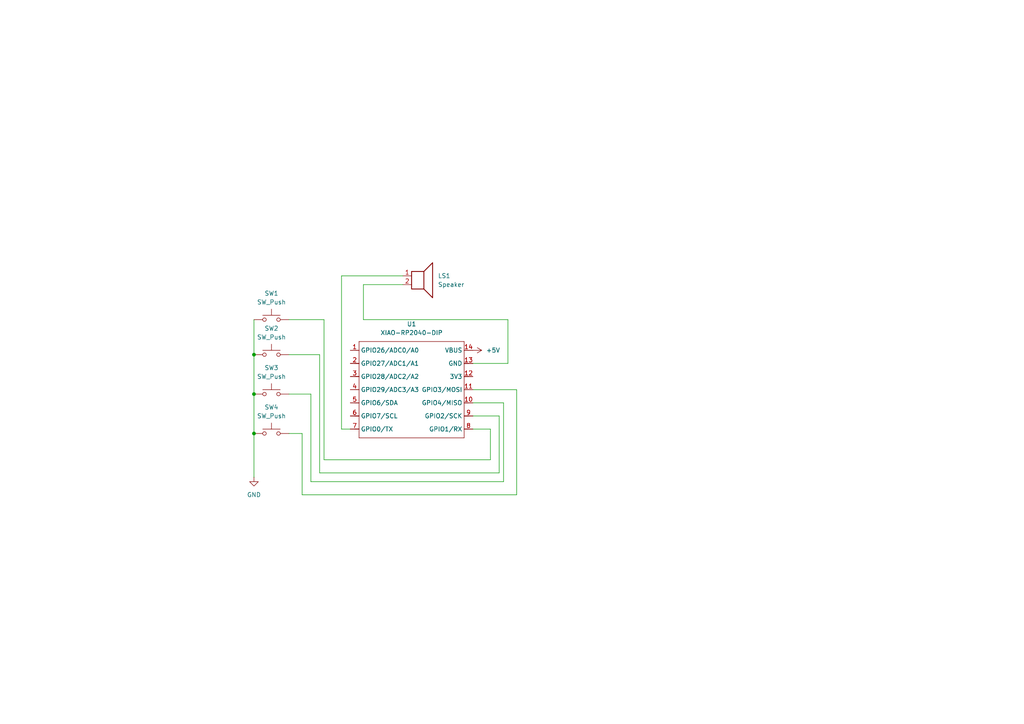
<source format=kicad_sch>
(kicad_sch (version 20250114) (generator "eeschema") (generator_version "9.0")
  (paper "A4")
  (lib_symbols
    (symbol "Device:Speaker" (pin_names (offset 0) (hide yes))
      (property "Reference" "LS" (at 1.27 5.715 0))
      (property "Value" "Speaker" (at 1.27 3.81 0))
      (symbol "Speaker_0_0"
        (rectangle (start -2.54 1.27) (end 1.016 -3.81) (stroke (width 0.254)))
        (polyline (pts (xy 1.016 1.27) (xy 3.556 3.81) (xy 3.556 -6.35) (xy 1.016 -3.81)) (stroke (width 0.254)))
      )
      (symbol "Speaker_1_1"
        (pin input line (at -5.08 0 0) (length 2.54) (name "1") (number "1"))
        (pin input line (at -5.08 -2.54 0) (length 2.54) (name "2") (number "2"))
      )
    )
    (symbol "Seeed_Studio_XIAO_Series:XIAO-RP2040-DIP"
      (property "Reference" "U" (at 0 0 0))
      (property "Value" "XIAO-RP2040-DIP" (at 5.334 -1.778 0))
      (symbol "XIAO-RP2040-DIP_1_0"
        (polyline (pts (xy -1.27 -2.54) (xy 29.21 -2.54)) (stroke (width 0.1524)))
        (polyline (pts (xy -1.27 -5.08) (xy -2.54 -5.08)) (stroke (width 0.1524)))
        (polyline (pts (xy -1.27 -5.08) (xy -1.27 -2.54)) (stroke (width 0.1524)))
        (polyline (pts (xy -1.27 -8.89) (xy -2.54 -8.89)) (stroke (width 0.1524)))
        (polyline (pts (xy -1.27 -8.89) (xy -1.27 -5.08)) (stroke (width 0.1524)))
        (polyline (pts (xy -1.27 -12.7) (xy -2.54 -12.7)) (stroke (width 0.1524)))
        (polyline (pts (xy -1.27 -12.7) (xy -1.27 -8.89)) (stroke (width 0.1524)))
        (polyline (pts (xy -1.27 -16.51) (xy -2.54 -16.51)) (stroke (width 0.1524)))
        (polyline (pts (xy -1.27 -16.51) (xy -1.27 -12.7)) (stroke (width 0.1524)))
        (polyline (pts (xy -1.27 -20.32) (xy -2.54 -20.32)) (stroke (width 0.1524)))
        (polyline (pts (xy -1.27 -24.13) (xy -2.54 -24.13)) (stroke (width 0.1524)))
        (polyline (pts (xy -1.27 -27.94) (xy -2.54 -27.94)) (stroke (width 0.1524)))
        (polyline (pts (xy -1.27 -30.48) (xy -1.27 -16.51)) (stroke (width 0.1524)))
        (polyline (pts (xy 29.21 -2.54) (xy 29.21 -5.08)) (stroke (width 0.1524)))
        (polyline (pts (xy 29.21 -5.08) (xy 29.21 -8.89)) (stroke (width 0.1524)))
        (polyline (pts (xy 29.21 -8.89) (xy 29.21 -12.7)) (stroke (width 0.1524)))
        (polyline (pts (xy 29.21 -12.7) (xy 29.21 -30.48)) (stroke (width 0.1524)))
        (polyline (pts (xy 29.21 -30.48) (xy -1.27 -30.48)) (stroke (width 0.1524)))
        (polyline (pts (xy 30.48 -5.08) (xy 29.21 -5.08)) (stroke (width 0.1524)))
        (polyline (pts (xy 30.48 -8.89) (xy 29.21 -8.89)) (stroke (width 0.1524)))
        (polyline (pts (xy 30.48 -12.7) (xy 29.21 -12.7)) (stroke (width 0.1524)))
        (polyline (pts (xy 30.48 -16.51) (xy 29.21 -16.51)) (stroke (width 0.1524)))
        (polyline (pts (xy 30.48 -20.32) (xy 29.21 -20.32)) (stroke (width 0.1524)))
        (polyline (pts (xy 30.48 -24.13) (xy 29.21 -24.13)) (stroke (width 0.1524)))
        (polyline (pts (xy 30.48 -27.94) (xy 29.21 -27.94)) (stroke (width 0.1524)))
        (pin passive line (at -3.81 -5.08 0) (length 2.54) (name "GPIO26/ADC0/A0") (number "1"))
        (pin passive line (at -3.81 -8.89 0) (length 2.54) (name "GPIO27/ADC1/A1") (number "2"))
        (pin passive line (at -3.81 -12.7 0) (length 2.54) (name "GPIO28/ADC2/A2") (number "3"))
        (pin passive line (at -3.81 -16.51 0) (length 2.54) (name "GPIO29/ADC3/A3") (number "4"))
        (pin passive line (at -3.81 -20.32 0) (length 2.54) (name "GPIO6/SDA") (number "5"))
        (pin passive line (at -3.81 -24.13 0) (length 2.54) (name "GPIO7/SCL") (number "6"))
        (pin passive line (at -3.81 -27.94 0) (length 2.54) (name "GPIO0/TX") (number "7"))
        (pin passive line (at 31.75 -5.08 180) (length 2.54) (name "VBUS") (number "14"))
        (pin passive line (at 31.75 -8.89 180) (length 2.54) (name "GND") (number "13"))
        (pin passive line (at 31.75 -12.7 180) (length 2.54) (name "3V3") (number "12"))
        (pin passive line (at 31.75 -16.51 180) (length 2.54) (name "GPIO3/MOSI") (number "11"))
        (pin passive line (at 31.75 -20.32 180) (length 2.54) (name "GPIO4/MISO") (number "10"))
        (pin passive line (at 31.75 -24.13 180) (length 2.54) (name "GPIO2/SCK") (number "9"))
        (pin passive line (at 31.75 -27.94 180) (length 2.54) (name "GPIO1/RX") (number "8"))
      )
    )
    (symbol "Switch:SW_Push" (pin_numbers (hide yes)) (pin_names (offset 1.016) (hide yes))
      (property "Reference" "SW" (at 1.27 2.54 0))
      (property "Value" "SW_Push" (at 0 -1.524 0))
      (symbol "SW_Push_0_1"
        (circle (center -2.032 0) (radius 0.508))
        (polyline (pts (xy 0 1.27) (xy 0 3.048)))
        (circle (center 2.032 0) (radius 0.508))
        (polyline (pts (xy 2.54 1.27) (xy -2.54 1.27)))
        (pin passive line (at -5.08 0 0) (length 2.54) (name "1") (number "1"))
        (pin passive line (at 5.08 0 180) (length 2.54) (name "2") (number "2"))
      )
    )
    (symbol "power:+5V" (power) (pin_numbers (hide yes)) (pin_names (offset 0) (hide yes))
      (property "Value" "+5V" (at 0 3.556 0))
      (symbol "+5V_0_1"
        (polyline (pts (xy -0.762 1.27) (xy 0 2.54)))
        (polyline (pts (xy 0 2.54) (xy 0.762 1.27)))
        (polyline (pts (xy 0 0) (xy 0 2.54)))
      )
      (symbol "+5V_1_1"
        (pin power_in line (at 0 0 90) (length 0) (name "~") (number "1"))
      )
    )
    (symbol "power:GND" (power) (pin_numbers (hide yes)) (pin_names (offset 0) (hide yes))
      (property "Value" "GND" (at 0 -3.81 0))
      (symbol "GND_0_1"
        (polyline (pts (xy 0 0) (xy 0 -1.27) (xy 1.27 -1.27) (xy 0 -2.54) (xy -1.27 -1.27) (xy 0 -1.27)))
      )
      (symbol "GND_1_1"
        (pin power_in line (at 0 0 270) (length 0) (name "~") (number "1"))
      )
    )
  )
  (junction (at 73.66 102.87))
  (junction (at 73.66 125.73))
  (junction (at 73.66 114.3))
  (wire (pts (xy 73.66 92.71) (xy 73.66 102.87)))
  (wire (pts (xy 142.24 124.46) (xy 137.16 124.46)))
  (wire (pts (xy 99.06 80.01) (xy 99.06 124.46)))
  (wire (pts (xy 83.82 102.87) (xy 92.71 102.87)))
  (wire (pts (xy 99.06 124.46) (xy 101.6 124.46)))
  (wire (pts (xy 116.84 80.01) (xy 99.06 80.01)))
  (wire (pts (xy 149.86 143.51) (xy 149.86 113.03)))
  (wire (pts (xy 105.41 92.71) (xy 147.32 92.71)))
  (wire (pts (xy 116.84 82.55) (xy 105.41 82.55)))
  (wire (pts (xy 87.63 143.51) (xy 149.86 143.51)))
  (wire (pts (xy 73.66 125.73) (xy 73.66 138.43)))
  (wire (pts (xy 147.32 105.41) (xy 137.16 105.41)))
  (wire (pts (xy 73.66 102.87) (xy 73.66 114.3)))
  (wire (pts (xy 87.63 125.73) (xy 87.63 143.51)))
  (wire (pts (xy 142.24 133.35) (xy 142.24 124.46)))
  (wire (pts (xy 93.98 133.35) (xy 142.24 133.35)))
  (wire (pts (xy 144.78 137.16) (xy 144.78 120.65)))
  (wire (pts (xy 146.05 116.84) (xy 137.16 116.84)))
  (wire (pts (xy 144.78 120.65) (xy 137.16 120.65)))
  (wire (pts (xy 149.86 113.03) (xy 137.16 113.03)))
  (wire (pts (xy 92.71 137.16) (xy 144.78 137.16)))
  (wire (pts (xy 92.71 102.87) (xy 92.71 137.16)))
  (wire (pts (xy 146.05 139.7) (xy 146.05 116.84)))
  (wire (pts (xy 83.82 125.73) (xy 87.63 125.73)))
  (wire (pts (xy 83.82 92.71) (xy 93.98 92.71)))
  (wire (pts (xy 90.17 114.3) (xy 90.17 139.7)))
  (wire (pts (xy 93.98 92.71) (xy 93.98 133.35)))
  (wire (pts (xy 90.17 139.7) (xy 146.05 139.7)))
  (wire (pts (xy 83.82 114.3) (xy 90.17 114.3)))
  (wire (pts (xy 147.32 92.71) (xy 147.32 105.41)))
  (wire (pts (xy 105.41 82.55) (xy 105.41 92.71)))
  (wire (pts (xy 73.66 114.3) (xy 73.66 125.73)))
  (symbol (lib_id "Seeed_Studio_XIAO_Series:XIAO-RP2040-DIP") (at 105.41 96.52 0) (unit 1)
    (property "Reference" "U1" (at 119.38 93.98 0))
    (property "Value" "XIAO-RP2040-DIP" (at 119.38 96.52 0))
    (property "Footprint" "Seeed Studio XIAO Series Library:XIAO-RP2040-DIP" (effects (hide yes)))
  )
  (symbol (lib_id "Device:Speaker") (at 121.92 80.01 0) (unit 1)
    (property "Reference" "LS1" (at 127 80.0099 0) (effects (justify left)))
    (property "Value" "Speaker" (at 127 82.5499 0) (effects (justify left)))
    (property "Footprint" "Buzzer_Beeper:Speaker_CUI_CMR-1206S-67" (effects (hide yes)))
    (property "Description" "Speaker" (effects (hide yes)))
  )
  (symbol (lib_id "Switch:SW_Push") (at 78.74 114.3 0) (unit 1)
    (property "Reference" "SW3" (at 78.74 106.68 0))
    (property "Value" "SW_Push" (at 78.74 109.22 0))
    (property "Footprint" "Button_Switch_Keyboard:SW_Cherry_MX_1.00u_PCB" (effects (hide yes)))
    (property "Description" "Push button switch, generic, two pins" (effects (hide yes)))
  )
  (symbol (lib_id "Switch:SW_Push") (at 78.74 92.71 0) (unit 1)
    (property "Reference" "SW1" (at 78.74 85.09 0))
    (property "Value" "SW_Push" (at 78.74 87.63 0))
    (property "Footprint" "Button_Switch_Keyboard:SW_Cherry_MX_1.00u_PCB" (effects (hide yes)))
    (property "Description" "Push button switch, generic, two pins" (effects (hide yes)))
  )
  (symbol (lib_id "power:+5V") (at 137.16 101.6 270) (unit 1)
    (property "Reference" "#PWR02" (effects (hide yes)))
    (property "Value" "+5V" (at 140.97 101.5999 90) (effects (justify left)))
    (property "Description" "Power symbol creates a global label with name \"+5V\"" (effects (hide yes)))
  )
  (symbol (lib_id "Switch:SW_Push") (at 78.74 102.87 0) (unit 1)
    (property "Reference" "SW2" (at 78.74 95.25 0))
    (property "Value" "SW_Push" (at 78.74 97.79 0))
    (property "Footprint" "Button_Switch_Keyboard:SW_Cherry_MX_1.00u_PCB" (effects (hide yes)))
    (property "Description" "Push button switch, generic, two pins" (effects (hide yes)))
  )
  (symbol (lib_id "power:GND") (at 73.66 138.43 0) (unit 1)
    (property "Reference" "#PWR04" (effects (hide yes)))
    (property "Value" "GND" (at 73.66 143.51 0))
    (property "Description" "Power symbol creates a global label with name \"GND\" , ground" (effects (hide yes)))
  )
  (symbol (lib_id "Switch:SW_Push") (at 78.74 125.73 0) (unit 1)
    (property "Reference" "SW4" (at 78.74 118.11 0))
    (property "Value" "SW_Push" (at 78.74 120.65 0))
    (property "Footprint" "Button_Switch_Keyboard:SW_Cherry_MX_1.00u_PCB" (effects (hide yes)))
    (property "Description" "Push button switch, generic, two pins" (effects (hide yes)))
  )
)
</source>
